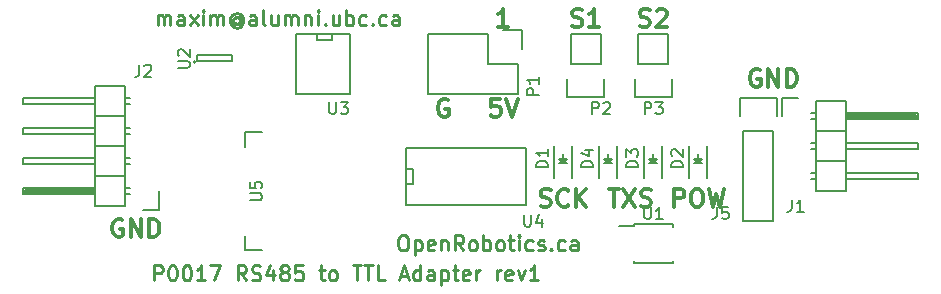
<source format=gto>
G04 #@! TF.FileFunction,Legend,Top*
%FSLAX46Y46*%
G04 Gerber Fmt 4.6, Leading zero omitted, Abs format (unit mm)*
G04 Created by KiCad (PCBNEW 4.0.1-stable) date 11/19/2016 2:54:23 PM*
%MOMM*%
G01*
G04 APERTURE LIST*
%ADD10C,0.100000*%
%ADD11C,0.254000*%
%ADD12C,0.300000*%
%ADD13C,0.150000*%
G04 APERTURE END LIST*
D10*
D11*
X152702381Y-83759524D02*
X152944285Y-83759524D01*
X153065238Y-83820000D01*
X153186190Y-83940952D01*
X153246666Y-84182857D01*
X153246666Y-84606190D01*
X153186190Y-84848095D01*
X153065238Y-84969048D01*
X152944285Y-85029524D01*
X152702381Y-85029524D01*
X152581428Y-84969048D01*
X152460476Y-84848095D01*
X152400000Y-84606190D01*
X152400000Y-84182857D01*
X152460476Y-83940952D01*
X152581428Y-83820000D01*
X152702381Y-83759524D01*
X153790952Y-84182857D02*
X153790952Y-85452857D01*
X153790952Y-84243333D02*
X153911904Y-84182857D01*
X154153809Y-84182857D01*
X154274761Y-84243333D01*
X154335238Y-84303810D01*
X154395714Y-84424762D01*
X154395714Y-84787619D01*
X154335238Y-84908571D01*
X154274761Y-84969048D01*
X154153809Y-85029524D01*
X153911904Y-85029524D01*
X153790952Y-84969048D01*
X155423809Y-84969048D02*
X155302857Y-85029524D01*
X155060952Y-85029524D01*
X154940000Y-84969048D01*
X154879524Y-84848095D01*
X154879524Y-84364286D01*
X154940000Y-84243333D01*
X155060952Y-84182857D01*
X155302857Y-84182857D01*
X155423809Y-84243333D01*
X155484286Y-84364286D01*
X155484286Y-84485238D01*
X154879524Y-84606190D01*
X156028571Y-84182857D02*
X156028571Y-85029524D01*
X156028571Y-84303810D02*
X156089047Y-84243333D01*
X156210000Y-84182857D01*
X156391428Y-84182857D01*
X156512380Y-84243333D01*
X156572857Y-84364286D01*
X156572857Y-85029524D01*
X157903333Y-85029524D02*
X157480000Y-84424762D01*
X157177619Y-85029524D02*
X157177619Y-83759524D01*
X157661428Y-83759524D01*
X157782381Y-83820000D01*
X157842857Y-83880476D01*
X157903333Y-84001429D01*
X157903333Y-84182857D01*
X157842857Y-84303810D01*
X157782381Y-84364286D01*
X157661428Y-84424762D01*
X157177619Y-84424762D01*
X158629048Y-85029524D02*
X158508095Y-84969048D01*
X158447619Y-84908571D01*
X158387143Y-84787619D01*
X158387143Y-84424762D01*
X158447619Y-84303810D01*
X158508095Y-84243333D01*
X158629048Y-84182857D01*
X158810476Y-84182857D01*
X158931428Y-84243333D01*
X158991905Y-84303810D01*
X159052381Y-84424762D01*
X159052381Y-84787619D01*
X158991905Y-84908571D01*
X158931428Y-84969048D01*
X158810476Y-85029524D01*
X158629048Y-85029524D01*
X159596667Y-85029524D02*
X159596667Y-83759524D01*
X159596667Y-84243333D02*
X159717619Y-84182857D01*
X159959524Y-84182857D01*
X160080476Y-84243333D01*
X160140953Y-84303810D01*
X160201429Y-84424762D01*
X160201429Y-84787619D01*
X160140953Y-84908571D01*
X160080476Y-84969048D01*
X159959524Y-85029524D01*
X159717619Y-85029524D01*
X159596667Y-84969048D01*
X160927144Y-85029524D02*
X160806191Y-84969048D01*
X160745715Y-84908571D01*
X160685239Y-84787619D01*
X160685239Y-84424762D01*
X160745715Y-84303810D01*
X160806191Y-84243333D01*
X160927144Y-84182857D01*
X161108572Y-84182857D01*
X161229524Y-84243333D01*
X161290001Y-84303810D01*
X161350477Y-84424762D01*
X161350477Y-84787619D01*
X161290001Y-84908571D01*
X161229524Y-84969048D01*
X161108572Y-85029524D01*
X160927144Y-85029524D01*
X161713334Y-84182857D02*
X162197144Y-84182857D01*
X161894763Y-83759524D02*
X161894763Y-84848095D01*
X161955239Y-84969048D01*
X162076192Y-85029524D01*
X162197144Y-85029524D01*
X162620477Y-85029524D02*
X162620477Y-84182857D01*
X162620477Y-83759524D02*
X162560001Y-83820000D01*
X162620477Y-83880476D01*
X162680953Y-83820000D01*
X162620477Y-83759524D01*
X162620477Y-83880476D01*
X163769525Y-84969048D02*
X163648572Y-85029524D01*
X163406668Y-85029524D01*
X163285715Y-84969048D01*
X163225239Y-84908571D01*
X163164763Y-84787619D01*
X163164763Y-84424762D01*
X163225239Y-84303810D01*
X163285715Y-84243333D01*
X163406668Y-84182857D01*
X163648572Y-84182857D01*
X163769525Y-84243333D01*
X164253334Y-84969048D02*
X164374286Y-85029524D01*
X164616191Y-85029524D01*
X164737143Y-84969048D01*
X164797619Y-84848095D01*
X164797619Y-84787619D01*
X164737143Y-84666667D01*
X164616191Y-84606190D01*
X164434762Y-84606190D01*
X164313810Y-84545714D01*
X164253334Y-84424762D01*
X164253334Y-84364286D01*
X164313810Y-84243333D01*
X164434762Y-84182857D01*
X164616191Y-84182857D01*
X164737143Y-84243333D01*
X165341905Y-84908571D02*
X165402381Y-84969048D01*
X165341905Y-85029524D01*
X165281429Y-84969048D01*
X165341905Y-84908571D01*
X165341905Y-85029524D01*
X166490953Y-84969048D02*
X166370000Y-85029524D01*
X166128096Y-85029524D01*
X166007143Y-84969048D01*
X165946667Y-84908571D01*
X165886191Y-84787619D01*
X165886191Y-84424762D01*
X165946667Y-84303810D01*
X166007143Y-84243333D01*
X166128096Y-84182857D01*
X166370000Y-84182857D01*
X166490953Y-84243333D01*
X167579524Y-85029524D02*
X167579524Y-84364286D01*
X167519047Y-84243333D01*
X167398095Y-84182857D01*
X167156190Y-84182857D01*
X167035238Y-84243333D01*
X167579524Y-84969048D02*
X167458571Y-85029524D01*
X167156190Y-85029524D01*
X167035238Y-84969048D01*
X166974762Y-84848095D01*
X166974762Y-84727143D01*
X167035238Y-84606190D01*
X167156190Y-84545714D01*
X167458571Y-84545714D01*
X167579524Y-84485238D01*
X132019524Y-65979524D02*
X132019524Y-65132857D01*
X132019524Y-65253810D02*
X132080000Y-65193333D01*
X132200953Y-65132857D01*
X132382381Y-65132857D01*
X132503333Y-65193333D01*
X132563810Y-65314286D01*
X132563810Y-65979524D01*
X132563810Y-65314286D02*
X132624286Y-65193333D01*
X132745238Y-65132857D01*
X132926667Y-65132857D01*
X133047619Y-65193333D01*
X133108095Y-65314286D01*
X133108095Y-65979524D01*
X134257143Y-65979524D02*
X134257143Y-65314286D01*
X134196666Y-65193333D01*
X134075714Y-65132857D01*
X133833809Y-65132857D01*
X133712857Y-65193333D01*
X134257143Y-65919048D02*
X134136190Y-65979524D01*
X133833809Y-65979524D01*
X133712857Y-65919048D01*
X133652381Y-65798095D01*
X133652381Y-65677143D01*
X133712857Y-65556190D01*
X133833809Y-65495714D01*
X134136190Y-65495714D01*
X134257143Y-65435238D01*
X134740953Y-65979524D02*
X135406191Y-65132857D01*
X134740953Y-65132857D02*
X135406191Y-65979524D01*
X135890000Y-65979524D02*
X135890000Y-65132857D01*
X135890000Y-64709524D02*
X135829524Y-64770000D01*
X135890000Y-64830476D01*
X135950476Y-64770000D01*
X135890000Y-64709524D01*
X135890000Y-64830476D01*
X136494762Y-65979524D02*
X136494762Y-65132857D01*
X136494762Y-65253810D02*
X136555238Y-65193333D01*
X136676191Y-65132857D01*
X136857619Y-65132857D01*
X136978571Y-65193333D01*
X137039048Y-65314286D01*
X137039048Y-65979524D01*
X137039048Y-65314286D02*
X137099524Y-65193333D01*
X137220476Y-65132857D01*
X137401905Y-65132857D01*
X137522857Y-65193333D01*
X137583333Y-65314286D01*
X137583333Y-65979524D01*
X138974285Y-65374762D02*
X138913809Y-65314286D01*
X138792857Y-65253810D01*
X138671904Y-65253810D01*
X138550952Y-65314286D01*
X138490476Y-65374762D01*
X138430000Y-65495714D01*
X138430000Y-65616667D01*
X138490476Y-65737619D01*
X138550952Y-65798095D01*
X138671904Y-65858571D01*
X138792857Y-65858571D01*
X138913809Y-65798095D01*
X138974285Y-65737619D01*
X138974285Y-65253810D02*
X138974285Y-65737619D01*
X139034762Y-65798095D01*
X139095238Y-65798095D01*
X139216190Y-65737619D01*
X139276666Y-65616667D01*
X139276666Y-65314286D01*
X139155714Y-65132857D01*
X138974285Y-65011905D01*
X138732381Y-64951429D01*
X138490476Y-65011905D01*
X138309047Y-65132857D01*
X138188095Y-65314286D01*
X138127619Y-65556190D01*
X138188095Y-65798095D01*
X138309047Y-65979524D01*
X138490476Y-66100476D01*
X138732381Y-66160952D01*
X138974285Y-66100476D01*
X139155714Y-65979524D01*
X140365238Y-65979524D02*
X140365238Y-65314286D01*
X140304761Y-65193333D01*
X140183809Y-65132857D01*
X139941904Y-65132857D01*
X139820952Y-65193333D01*
X140365238Y-65919048D02*
X140244285Y-65979524D01*
X139941904Y-65979524D01*
X139820952Y-65919048D01*
X139760476Y-65798095D01*
X139760476Y-65677143D01*
X139820952Y-65556190D01*
X139941904Y-65495714D01*
X140244285Y-65495714D01*
X140365238Y-65435238D01*
X141151429Y-65979524D02*
X141030476Y-65919048D01*
X140970000Y-65798095D01*
X140970000Y-64709524D01*
X142179524Y-65132857D02*
X142179524Y-65979524D01*
X141635238Y-65132857D02*
X141635238Y-65798095D01*
X141695714Y-65919048D01*
X141816667Y-65979524D01*
X141998095Y-65979524D01*
X142119047Y-65919048D01*
X142179524Y-65858571D01*
X142784286Y-65979524D02*
X142784286Y-65132857D01*
X142784286Y-65253810D02*
X142844762Y-65193333D01*
X142965715Y-65132857D01*
X143147143Y-65132857D01*
X143268095Y-65193333D01*
X143328572Y-65314286D01*
X143328572Y-65979524D01*
X143328572Y-65314286D02*
X143389048Y-65193333D01*
X143510000Y-65132857D01*
X143691429Y-65132857D01*
X143812381Y-65193333D01*
X143872857Y-65314286D01*
X143872857Y-65979524D01*
X144477619Y-65132857D02*
X144477619Y-65979524D01*
X144477619Y-65253810D02*
X144538095Y-65193333D01*
X144659048Y-65132857D01*
X144840476Y-65132857D01*
X144961428Y-65193333D01*
X145021905Y-65314286D01*
X145021905Y-65979524D01*
X145626667Y-65979524D02*
X145626667Y-65132857D01*
X145626667Y-64709524D02*
X145566191Y-64770000D01*
X145626667Y-64830476D01*
X145687143Y-64770000D01*
X145626667Y-64709524D01*
X145626667Y-64830476D01*
X146231429Y-65858571D02*
X146291905Y-65919048D01*
X146231429Y-65979524D01*
X146170953Y-65919048D01*
X146231429Y-65858571D01*
X146231429Y-65979524D01*
X147380477Y-65132857D02*
X147380477Y-65979524D01*
X146836191Y-65132857D02*
X146836191Y-65798095D01*
X146896667Y-65919048D01*
X147017620Y-65979524D01*
X147199048Y-65979524D01*
X147320000Y-65919048D01*
X147380477Y-65858571D01*
X147985239Y-65979524D02*
X147985239Y-64709524D01*
X147985239Y-65193333D02*
X148106191Y-65132857D01*
X148348096Y-65132857D01*
X148469048Y-65193333D01*
X148529525Y-65253810D01*
X148590001Y-65374762D01*
X148590001Y-65737619D01*
X148529525Y-65858571D01*
X148469048Y-65919048D01*
X148348096Y-65979524D01*
X148106191Y-65979524D01*
X147985239Y-65919048D01*
X149678573Y-65919048D02*
X149557620Y-65979524D01*
X149315716Y-65979524D01*
X149194763Y-65919048D01*
X149134287Y-65858571D01*
X149073811Y-65737619D01*
X149073811Y-65374762D01*
X149134287Y-65253810D01*
X149194763Y-65193333D01*
X149315716Y-65132857D01*
X149557620Y-65132857D01*
X149678573Y-65193333D01*
X150222858Y-65858571D02*
X150283334Y-65919048D01*
X150222858Y-65979524D01*
X150162382Y-65919048D01*
X150222858Y-65858571D01*
X150222858Y-65979524D01*
X151371906Y-65919048D02*
X151250953Y-65979524D01*
X151009049Y-65979524D01*
X150888096Y-65919048D01*
X150827620Y-65858571D01*
X150767144Y-65737619D01*
X150767144Y-65374762D01*
X150827620Y-65253810D01*
X150888096Y-65193333D01*
X151009049Y-65132857D01*
X151250953Y-65132857D01*
X151371906Y-65193333D01*
X152460477Y-65979524D02*
X152460477Y-65314286D01*
X152400000Y-65193333D01*
X152279048Y-65132857D01*
X152037143Y-65132857D01*
X151916191Y-65193333D01*
X152460477Y-65919048D02*
X152339524Y-65979524D01*
X152037143Y-65979524D01*
X151916191Y-65919048D01*
X151855715Y-65798095D01*
X151855715Y-65677143D01*
X151916191Y-65556190D01*
X152037143Y-65495714D01*
X152339524Y-65495714D01*
X152460477Y-65435238D01*
X131717143Y-87569524D02*
X131717143Y-86299524D01*
X132200952Y-86299524D01*
X132321905Y-86360000D01*
X132382381Y-86420476D01*
X132442857Y-86541429D01*
X132442857Y-86722857D01*
X132382381Y-86843810D01*
X132321905Y-86904286D01*
X132200952Y-86964762D01*
X131717143Y-86964762D01*
X133229048Y-86299524D02*
X133350000Y-86299524D01*
X133470952Y-86360000D01*
X133531429Y-86420476D01*
X133591905Y-86541429D01*
X133652381Y-86783333D01*
X133652381Y-87085714D01*
X133591905Y-87327619D01*
X133531429Y-87448571D01*
X133470952Y-87509048D01*
X133350000Y-87569524D01*
X133229048Y-87569524D01*
X133108095Y-87509048D01*
X133047619Y-87448571D01*
X132987143Y-87327619D01*
X132926667Y-87085714D01*
X132926667Y-86783333D01*
X132987143Y-86541429D01*
X133047619Y-86420476D01*
X133108095Y-86360000D01*
X133229048Y-86299524D01*
X134438572Y-86299524D02*
X134559524Y-86299524D01*
X134680476Y-86360000D01*
X134740953Y-86420476D01*
X134801429Y-86541429D01*
X134861905Y-86783333D01*
X134861905Y-87085714D01*
X134801429Y-87327619D01*
X134740953Y-87448571D01*
X134680476Y-87509048D01*
X134559524Y-87569524D01*
X134438572Y-87569524D01*
X134317619Y-87509048D01*
X134257143Y-87448571D01*
X134196667Y-87327619D01*
X134136191Y-87085714D01*
X134136191Y-86783333D01*
X134196667Y-86541429D01*
X134257143Y-86420476D01*
X134317619Y-86360000D01*
X134438572Y-86299524D01*
X136071429Y-87569524D02*
X135345715Y-87569524D01*
X135708572Y-87569524D02*
X135708572Y-86299524D01*
X135587620Y-86480952D01*
X135466667Y-86601905D01*
X135345715Y-86662381D01*
X136494763Y-86299524D02*
X137341429Y-86299524D01*
X136797144Y-87569524D01*
X139518572Y-87569524D02*
X139095239Y-86964762D01*
X138792858Y-87569524D02*
X138792858Y-86299524D01*
X139276667Y-86299524D01*
X139397620Y-86360000D01*
X139458096Y-86420476D01*
X139518572Y-86541429D01*
X139518572Y-86722857D01*
X139458096Y-86843810D01*
X139397620Y-86904286D01*
X139276667Y-86964762D01*
X138792858Y-86964762D01*
X140002382Y-87509048D02*
X140183810Y-87569524D01*
X140486191Y-87569524D01*
X140607144Y-87509048D01*
X140667620Y-87448571D01*
X140728096Y-87327619D01*
X140728096Y-87206667D01*
X140667620Y-87085714D01*
X140607144Y-87025238D01*
X140486191Y-86964762D01*
X140244287Y-86904286D01*
X140123334Y-86843810D01*
X140062858Y-86783333D01*
X140002382Y-86662381D01*
X140002382Y-86541429D01*
X140062858Y-86420476D01*
X140123334Y-86360000D01*
X140244287Y-86299524D01*
X140546667Y-86299524D01*
X140728096Y-86360000D01*
X141816668Y-86722857D02*
X141816668Y-87569524D01*
X141514287Y-86239048D02*
X141211906Y-87146190D01*
X141998096Y-87146190D01*
X142663335Y-86843810D02*
X142542382Y-86783333D01*
X142481906Y-86722857D01*
X142421430Y-86601905D01*
X142421430Y-86541429D01*
X142481906Y-86420476D01*
X142542382Y-86360000D01*
X142663335Y-86299524D01*
X142905239Y-86299524D01*
X143026192Y-86360000D01*
X143086668Y-86420476D01*
X143147144Y-86541429D01*
X143147144Y-86601905D01*
X143086668Y-86722857D01*
X143026192Y-86783333D01*
X142905239Y-86843810D01*
X142663335Y-86843810D01*
X142542382Y-86904286D01*
X142481906Y-86964762D01*
X142421430Y-87085714D01*
X142421430Y-87327619D01*
X142481906Y-87448571D01*
X142542382Y-87509048D01*
X142663335Y-87569524D01*
X142905239Y-87569524D01*
X143026192Y-87509048D01*
X143086668Y-87448571D01*
X143147144Y-87327619D01*
X143147144Y-87085714D01*
X143086668Y-86964762D01*
X143026192Y-86904286D01*
X142905239Y-86843810D01*
X144296192Y-86299524D02*
X143691430Y-86299524D01*
X143630954Y-86904286D01*
X143691430Y-86843810D01*
X143812382Y-86783333D01*
X144114763Y-86783333D01*
X144235716Y-86843810D01*
X144296192Y-86904286D01*
X144356668Y-87025238D01*
X144356668Y-87327619D01*
X144296192Y-87448571D01*
X144235716Y-87509048D01*
X144114763Y-87569524D01*
X143812382Y-87569524D01*
X143691430Y-87509048D01*
X143630954Y-87448571D01*
X145687144Y-86722857D02*
X146170954Y-86722857D01*
X145868573Y-86299524D02*
X145868573Y-87388095D01*
X145929049Y-87509048D01*
X146050002Y-87569524D01*
X146170954Y-87569524D01*
X146775716Y-87569524D02*
X146654763Y-87509048D01*
X146594287Y-87448571D01*
X146533811Y-87327619D01*
X146533811Y-86964762D01*
X146594287Y-86843810D01*
X146654763Y-86783333D01*
X146775716Y-86722857D01*
X146957144Y-86722857D01*
X147078096Y-86783333D01*
X147138573Y-86843810D01*
X147199049Y-86964762D01*
X147199049Y-87327619D01*
X147138573Y-87448571D01*
X147078096Y-87509048D01*
X146957144Y-87569524D01*
X146775716Y-87569524D01*
X148529525Y-86299524D02*
X149255240Y-86299524D01*
X148892383Y-87569524D02*
X148892383Y-86299524D01*
X149497144Y-86299524D02*
X150222859Y-86299524D01*
X149860002Y-87569524D02*
X149860002Y-86299524D01*
X151250954Y-87569524D02*
X150646192Y-87569524D01*
X150646192Y-86299524D01*
X152581430Y-87206667D02*
X153186192Y-87206667D01*
X152460477Y-87569524D02*
X152883811Y-86299524D01*
X153307144Y-87569524D01*
X154274763Y-87569524D02*
X154274763Y-86299524D01*
X154274763Y-87509048D02*
X154153810Y-87569524D01*
X153911906Y-87569524D01*
X153790953Y-87509048D01*
X153730477Y-87448571D01*
X153670001Y-87327619D01*
X153670001Y-86964762D01*
X153730477Y-86843810D01*
X153790953Y-86783333D01*
X153911906Y-86722857D01*
X154153810Y-86722857D01*
X154274763Y-86783333D01*
X155423811Y-87569524D02*
X155423811Y-86904286D01*
X155363334Y-86783333D01*
X155242382Y-86722857D01*
X155000477Y-86722857D01*
X154879525Y-86783333D01*
X155423811Y-87509048D02*
X155302858Y-87569524D01*
X155000477Y-87569524D01*
X154879525Y-87509048D01*
X154819049Y-87388095D01*
X154819049Y-87267143D01*
X154879525Y-87146190D01*
X155000477Y-87085714D01*
X155302858Y-87085714D01*
X155423811Y-87025238D01*
X156028573Y-86722857D02*
X156028573Y-87992857D01*
X156028573Y-86783333D02*
X156149525Y-86722857D01*
X156391430Y-86722857D01*
X156512382Y-86783333D01*
X156572859Y-86843810D01*
X156633335Y-86964762D01*
X156633335Y-87327619D01*
X156572859Y-87448571D01*
X156512382Y-87509048D01*
X156391430Y-87569524D01*
X156149525Y-87569524D01*
X156028573Y-87509048D01*
X156996192Y-86722857D02*
X157480002Y-86722857D01*
X157177621Y-86299524D02*
X157177621Y-87388095D01*
X157238097Y-87509048D01*
X157359050Y-87569524D01*
X157480002Y-87569524D01*
X158387144Y-87509048D02*
X158266192Y-87569524D01*
X158024287Y-87569524D01*
X157903335Y-87509048D01*
X157842859Y-87388095D01*
X157842859Y-86904286D01*
X157903335Y-86783333D01*
X158024287Y-86722857D01*
X158266192Y-86722857D01*
X158387144Y-86783333D01*
X158447621Y-86904286D01*
X158447621Y-87025238D01*
X157842859Y-87146190D01*
X158991906Y-87569524D02*
X158991906Y-86722857D01*
X158991906Y-86964762D02*
X159052382Y-86843810D01*
X159112858Y-86783333D01*
X159233811Y-86722857D01*
X159354763Y-86722857D01*
X160745715Y-87569524D02*
X160745715Y-86722857D01*
X160745715Y-86964762D02*
X160806191Y-86843810D01*
X160866667Y-86783333D01*
X160987620Y-86722857D01*
X161108572Y-86722857D01*
X162015714Y-87509048D02*
X161894762Y-87569524D01*
X161652857Y-87569524D01*
X161531905Y-87509048D01*
X161471429Y-87388095D01*
X161471429Y-86904286D01*
X161531905Y-86783333D01*
X161652857Y-86722857D01*
X161894762Y-86722857D01*
X162015714Y-86783333D01*
X162076191Y-86904286D01*
X162076191Y-87025238D01*
X161471429Y-87146190D01*
X162499524Y-86722857D02*
X162801905Y-87569524D01*
X163104285Y-86722857D01*
X164253333Y-87569524D02*
X163527619Y-87569524D01*
X163890476Y-87569524D02*
X163890476Y-86299524D01*
X163769524Y-86480952D01*
X163648571Y-86601905D01*
X163527619Y-86662381D01*
D12*
X170227858Y-79823571D02*
X171085001Y-79823571D01*
X170656430Y-81323571D02*
X170656430Y-79823571D01*
X171442144Y-79823571D02*
X172442144Y-81323571D01*
X172442144Y-79823571D02*
X171442144Y-81323571D01*
X172942143Y-81252143D02*
X173156429Y-81323571D01*
X173513572Y-81323571D01*
X173656429Y-81252143D01*
X173727858Y-81180714D01*
X173799286Y-81037857D01*
X173799286Y-80895000D01*
X173727858Y-80752143D01*
X173656429Y-80680714D01*
X173513572Y-80609286D01*
X173227858Y-80537857D01*
X173085000Y-80466429D01*
X173013572Y-80395000D01*
X172942143Y-80252143D01*
X172942143Y-80109286D01*
X173013572Y-79966429D01*
X173085000Y-79895000D01*
X173227858Y-79823571D01*
X173585000Y-79823571D01*
X173799286Y-79895000D01*
X164441429Y-81252143D02*
X164655715Y-81323571D01*
X165012858Y-81323571D01*
X165155715Y-81252143D01*
X165227144Y-81180714D01*
X165298572Y-81037857D01*
X165298572Y-80895000D01*
X165227144Y-80752143D01*
X165155715Y-80680714D01*
X165012858Y-80609286D01*
X164727144Y-80537857D01*
X164584286Y-80466429D01*
X164512858Y-80395000D01*
X164441429Y-80252143D01*
X164441429Y-80109286D01*
X164512858Y-79966429D01*
X164584286Y-79895000D01*
X164727144Y-79823571D01*
X165084286Y-79823571D01*
X165298572Y-79895000D01*
X166798572Y-81180714D02*
X166727143Y-81252143D01*
X166512857Y-81323571D01*
X166370000Y-81323571D01*
X166155715Y-81252143D01*
X166012857Y-81109286D01*
X165941429Y-80966429D01*
X165870000Y-80680714D01*
X165870000Y-80466429D01*
X165941429Y-80180714D01*
X166012857Y-80037857D01*
X166155715Y-79895000D01*
X166370000Y-79823571D01*
X166512857Y-79823571D01*
X166727143Y-79895000D01*
X166798572Y-79966429D01*
X167441429Y-81323571D02*
X167441429Y-79823571D01*
X168298572Y-81323571D02*
X167655715Y-80466429D01*
X168298572Y-79823571D02*
X167441429Y-80680714D01*
X175764286Y-81323571D02*
X175764286Y-79823571D01*
X176335714Y-79823571D01*
X176478572Y-79895000D01*
X176550000Y-79966429D01*
X176621429Y-80109286D01*
X176621429Y-80323571D01*
X176550000Y-80466429D01*
X176478572Y-80537857D01*
X176335714Y-80609286D01*
X175764286Y-80609286D01*
X177550000Y-79823571D02*
X177835714Y-79823571D01*
X177978572Y-79895000D01*
X178121429Y-80037857D01*
X178192857Y-80323571D01*
X178192857Y-80823571D01*
X178121429Y-81109286D01*
X177978572Y-81252143D01*
X177835714Y-81323571D01*
X177550000Y-81323571D01*
X177407143Y-81252143D01*
X177264286Y-81109286D01*
X177192857Y-80823571D01*
X177192857Y-80323571D01*
X177264286Y-80037857D01*
X177407143Y-79895000D01*
X177550000Y-79823571D01*
X178692858Y-79823571D02*
X179050001Y-81323571D01*
X179335715Y-80252143D01*
X179621429Y-81323571D01*
X179978572Y-79823571D01*
X129032143Y-82435000D02*
X128889286Y-82363571D01*
X128675000Y-82363571D01*
X128460715Y-82435000D01*
X128317857Y-82577857D01*
X128246429Y-82720714D01*
X128175000Y-83006429D01*
X128175000Y-83220714D01*
X128246429Y-83506429D01*
X128317857Y-83649286D01*
X128460715Y-83792143D01*
X128675000Y-83863571D01*
X128817857Y-83863571D01*
X129032143Y-83792143D01*
X129103572Y-83720714D01*
X129103572Y-83220714D01*
X128817857Y-83220714D01*
X129746429Y-83863571D02*
X129746429Y-82363571D01*
X130603572Y-83863571D01*
X130603572Y-82363571D01*
X131317858Y-83863571D02*
X131317858Y-82363571D01*
X131675001Y-82363571D01*
X131889286Y-82435000D01*
X132032144Y-82577857D01*
X132103572Y-82720714D01*
X132175001Y-83006429D01*
X132175001Y-83220714D01*
X132103572Y-83506429D01*
X132032144Y-83649286D01*
X131889286Y-83792143D01*
X131675001Y-83863571D01*
X131317858Y-83863571D01*
X183007143Y-69735000D02*
X182864286Y-69663571D01*
X182650000Y-69663571D01*
X182435715Y-69735000D01*
X182292857Y-69877857D01*
X182221429Y-70020714D01*
X182150000Y-70306429D01*
X182150000Y-70520714D01*
X182221429Y-70806429D01*
X182292857Y-70949286D01*
X182435715Y-71092143D01*
X182650000Y-71163571D01*
X182792857Y-71163571D01*
X183007143Y-71092143D01*
X183078572Y-71020714D01*
X183078572Y-70520714D01*
X182792857Y-70520714D01*
X183721429Y-71163571D02*
X183721429Y-69663571D01*
X184578572Y-71163571D01*
X184578572Y-69663571D01*
X185292858Y-71163571D02*
X185292858Y-69663571D01*
X185650001Y-69663571D01*
X185864286Y-69735000D01*
X186007144Y-69877857D01*
X186078572Y-70020714D01*
X186150001Y-70306429D01*
X186150001Y-70520714D01*
X186078572Y-70806429D01*
X186007144Y-70949286D01*
X185864286Y-71092143D01*
X185650001Y-71163571D01*
X185292858Y-71163571D01*
X172847143Y-66012143D02*
X173061429Y-66083571D01*
X173418572Y-66083571D01*
X173561429Y-66012143D01*
X173632858Y-65940714D01*
X173704286Y-65797857D01*
X173704286Y-65655000D01*
X173632858Y-65512143D01*
X173561429Y-65440714D01*
X173418572Y-65369286D01*
X173132858Y-65297857D01*
X172990000Y-65226429D01*
X172918572Y-65155000D01*
X172847143Y-65012143D01*
X172847143Y-64869286D01*
X172918572Y-64726429D01*
X172990000Y-64655000D01*
X173132858Y-64583571D01*
X173490000Y-64583571D01*
X173704286Y-64655000D01*
X174275714Y-64726429D02*
X174347143Y-64655000D01*
X174490000Y-64583571D01*
X174847143Y-64583571D01*
X174990000Y-64655000D01*
X175061429Y-64726429D01*
X175132857Y-64869286D01*
X175132857Y-65012143D01*
X175061429Y-65226429D01*
X174204286Y-66083571D01*
X175132857Y-66083571D01*
X167132143Y-66012143D02*
X167346429Y-66083571D01*
X167703572Y-66083571D01*
X167846429Y-66012143D01*
X167917858Y-65940714D01*
X167989286Y-65797857D01*
X167989286Y-65655000D01*
X167917858Y-65512143D01*
X167846429Y-65440714D01*
X167703572Y-65369286D01*
X167417858Y-65297857D01*
X167275000Y-65226429D01*
X167203572Y-65155000D01*
X167132143Y-65012143D01*
X167132143Y-64869286D01*
X167203572Y-64726429D01*
X167275000Y-64655000D01*
X167417858Y-64583571D01*
X167775000Y-64583571D01*
X167989286Y-64655000D01*
X169417857Y-66083571D02*
X168560714Y-66083571D01*
X168989286Y-66083571D02*
X168989286Y-64583571D01*
X168846429Y-64797857D01*
X168703571Y-64940714D01*
X168560714Y-65012143D01*
X161004287Y-72203571D02*
X160290001Y-72203571D01*
X160218572Y-72917857D01*
X160290001Y-72846429D01*
X160432858Y-72775000D01*
X160790001Y-72775000D01*
X160932858Y-72846429D01*
X161004287Y-72917857D01*
X161075715Y-73060714D01*
X161075715Y-73417857D01*
X161004287Y-73560714D01*
X160932858Y-73632143D01*
X160790001Y-73703571D01*
X160432858Y-73703571D01*
X160290001Y-73632143D01*
X160218572Y-73560714D01*
X161504286Y-72203571D02*
X162004286Y-73703571D01*
X162504286Y-72203571D01*
X156602857Y-72275000D02*
X156460000Y-72203571D01*
X156245714Y-72203571D01*
X156031429Y-72275000D01*
X155888571Y-72417857D01*
X155817143Y-72560714D01*
X155745714Y-72846429D01*
X155745714Y-73060714D01*
X155817143Y-73346429D01*
X155888571Y-73489286D01*
X156031429Y-73632143D01*
X156245714Y-73703571D01*
X156388571Y-73703571D01*
X156602857Y-73632143D01*
X156674286Y-73560714D01*
X156674286Y-73060714D01*
X156388571Y-73060714D01*
X161718572Y-66083571D02*
X160861429Y-66083571D01*
X161290001Y-66083571D02*
X161290001Y-64583571D01*
X161147144Y-64797857D01*
X161004286Y-64940714D01*
X160861429Y-65012143D01*
D13*
X148336000Y-66675000D02*
X148336000Y-71755000D01*
X148336000Y-71755000D02*
X143764000Y-71755000D01*
X143764000Y-71755000D02*
X143764000Y-66675000D01*
X143764000Y-66675000D02*
X148336000Y-66675000D01*
X146812000Y-66675000D02*
X146812000Y-67183000D01*
X146812000Y-67183000D02*
X145542000Y-67183000D01*
X145542000Y-67183000D02*
X145542000Y-66675000D01*
X167120000Y-78849020D02*
X167120000Y-76149020D01*
X165620000Y-78849020D02*
X165620000Y-76149020D01*
X166520000Y-77349020D02*
X166270000Y-77349020D01*
X166270000Y-77349020D02*
X166420000Y-77499020D01*
X166020000Y-77599020D02*
X166720000Y-77599020D01*
X166370000Y-77249020D02*
X166370000Y-76899020D01*
X166370000Y-77599020D02*
X166020000Y-77249020D01*
X166020000Y-77249020D02*
X166720000Y-77249020D01*
X166720000Y-77249020D02*
X166370000Y-77599020D01*
X178550000Y-78849020D02*
X178550000Y-76149020D01*
X177050000Y-78849020D02*
X177050000Y-76149020D01*
X177950000Y-77349020D02*
X177700000Y-77349020D01*
X177700000Y-77349020D02*
X177850000Y-77499020D01*
X177450000Y-77599020D02*
X178150000Y-77599020D01*
X177800000Y-77249020D02*
X177800000Y-76899020D01*
X177800000Y-77599020D02*
X177450000Y-77249020D01*
X177450000Y-77249020D02*
X178150000Y-77249020D01*
X178150000Y-77249020D02*
X177800000Y-77599020D01*
X174740000Y-78849020D02*
X174740000Y-76149020D01*
X173240000Y-78849020D02*
X173240000Y-76149020D01*
X174140000Y-77349020D02*
X173890000Y-77349020D01*
X173890000Y-77349020D02*
X174040000Y-77499020D01*
X173640000Y-77599020D02*
X174340000Y-77599020D01*
X173990000Y-77249020D02*
X173990000Y-76899020D01*
X173990000Y-77599020D02*
X173640000Y-77249020D01*
X173640000Y-77249020D02*
X174340000Y-77249020D01*
X174340000Y-77249020D02*
X173990000Y-77599020D01*
X170930000Y-78849020D02*
X170930000Y-76149020D01*
X169430000Y-78849020D02*
X169430000Y-76149020D01*
X170330000Y-77349020D02*
X170080000Y-77349020D01*
X170080000Y-77349020D02*
X170230000Y-77499020D01*
X169830000Y-77599020D02*
X170530000Y-77599020D01*
X170180000Y-77249020D02*
X170180000Y-76899020D01*
X170180000Y-77599020D02*
X169830000Y-77249020D01*
X169830000Y-77249020D02*
X170530000Y-77249020D01*
X170530000Y-77249020D02*
X170180000Y-77599020D01*
X184907400Y-72110000D02*
X184907400Y-73660000D01*
X186207400Y-72110000D02*
X184907400Y-72110000D01*
X190398400Y-73533000D02*
X196240400Y-73533000D01*
X196240400Y-73533000D02*
X196240400Y-73787000D01*
X196240400Y-73787000D02*
X190398400Y-73787000D01*
X190398400Y-73787000D02*
X190398400Y-73660000D01*
X190398400Y-73660000D02*
X196240400Y-73660000D01*
X187731400Y-73406000D02*
X187350400Y-73406000D01*
X187731400Y-73914000D02*
X187350400Y-73914000D01*
X187731400Y-75946000D02*
X187350400Y-75946000D01*
X187731400Y-76454000D02*
X187350400Y-76454000D01*
X187731400Y-78486000D02*
X187350400Y-78486000D01*
X187731400Y-78994000D02*
X187350400Y-78994000D01*
X190271400Y-74930000D02*
X190271400Y-72390000D01*
X196367400Y-73914000D02*
X190271400Y-73914000D01*
X196367400Y-73406000D02*
X196367400Y-73914000D01*
X190271400Y-73406000D02*
X196367400Y-73406000D01*
X187731400Y-74930000D02*
X190271400Y-74930000D01*
X187731400Y-72390000D02*
X187731400Y-74930000D01*
X187731400Y-72390000D02*
X190271400Y-72390000D01*
X187731400Y-77470000D02*
X190271400Y-77470000D01*
X187731400Y-77470000D02*
X187731400Y-80010000D01*
X190271400Y-78486000D02*
X196367400Y-78486000D01*
X196367400Y-78486000D02*
X196367400Y-78994000D01*
X196367400Y-78994000D02*
X190271400Y-78994000D01*
X190271400Y-80010000D02*
X190271400Y-77470000D01*
X190271400Y-77470000D02*
X190271400Y-74930000D01*
X196367400Y-76454000D02*
X190271400Y-76454000D01*
X196367400Y-75946000D02*
X196367400Y-76454000D01*
X190271400Y-75946000D02*
X196367400Y-75946000D01*
X187731400Y-77470000D02*
X190271400Y-77470000D01*
X187731400Y-74930000D02*
X187731400Y-77470000D01*
X187731400Y-74930000D02*
X190271400Y-74930000D01*
X187731400Y-80010000D02*
X190271400Y-80010000D01*
X132110000Y-81560000D02*
X132110000Y-80010000D01*
X130810000Y-81560000D02*
X132110000Y-81560000D01*
X126619000Y-80137000D02*
X120777000Y-80137000D01*
X120777000Y-80137000D02*
X120777000Y-79883000D01*
X120777000Y-79883000D02*
X126619000Y-79883000D01*
X126619000Y-79883000D02*
X126619000Y-80010000D01*
X126619000Y-80010000D02*
X120777000Y-80010000D01*
X129286000Y-80264000D02*
X129667000Y-80264000D01*
X129286000Y-79756000D02*
X129667000Y-79756000D01*
X129286000Y-77724000D02*
X129667000Y-77724000D01*
X129286000Y-77216000D02*
X129667000Y-77216000D01*
X129286000Y-75184000D02*
X129667000Y-75184000D01*
X129286000Y-74676000D02*
X129667000Y-74676000D01*
X129286000Y-72136000D02*
X129667000Y-72136000D01*
X129286000Y-72644000D02*
X129667000Y-72644000D01*
X129286000Y-81280000D02*
X126746000Y-81280000D01*
X129286000Y-78740000D02*
X126746000Y-78740000D01*
X129286000Y-78740000D02*
X129286000Y-76200000D01*
X129286000Y-76200000D02*
X126746000Y-76200000D01*
X126746000Y-77724000D02*
X120650000Y-77724000D01*
X120650000Y-77724000D02*
X120650000Y-77216000D01*
X120650000Y-77216000D02*
X126746000Y-77216000D01*
X126746000Y-76200000D02*
X126746000Y-78740000D01*
X126746000Y-78740000D02*
X126746000Y-81280000D01*
X120650000Y-79756000D02*
X126746000Y-79756000D01*
X120650000Y-80264000D02*
X120650000Y-79756000D01*
X126746000Y-80264000D02*
X120650000Y-80264000D01*
X129286000Y-78740000D02*
X126746000Y-78740000D01*
X129286000Y-81280000D02*
X129286000Y-78740000D01*
X129286000Y-73660000D02*
X126746000Y-73660000D01*
X129286000Y-73660000D02*
X129286000Y-71120000D01*
X129286000Y-71120000D02*
X126746000Y-71120000D01*
X126746000Y-72644000D02*
X120650000Y-72644000D01*
X120650000Y-72644000D02*
X120650000Y-72136000D01*
X120650000Y-72136000D02*
X126746000Y-72136000D01*
X126746000Y-71120000D02*
X126746000Y-73660000D01*
X126746000Y-73660000D02*
X126746000Y-76200000D01*
X120650000Y-74676000D02*
X126746000Y-74676000D01*
X120650000Y-75184000D02*
X120650000Y-74676000D01*
X126746000Y-75184000D02*
X120650000Y-75184000D01*
X129286000Y-73660000D02*
X126746000Y-73660000D01*
X129286000Y-76200000D02*
X129286000Y-73660000D01*
X129286000Y-76200000D02*
X126746000Y-76200000D01*
X181610000Y-74930000D02*
X181610000Y-82550000D01*
X184150000Y-74930000D02*
X184150000Y-82550000D01*
X184430000Y-72110000D02*
X184430000Y-73660000D01*
X181610000Y-82550000D02*
X184150000Y-82550000D01*
X184150000Y-74930000D02*
X181610000Y-74930000D01*
X181330000Y-73660000D02*
X181330000Y-72110000D01*
X181330000Y-72110000D02*
X184430000Y-72110000D01*
X160020000Y-66675000D02*
X154940000Y-66675000D01*
X162840000Y-66395000D02*
X162840000Y-67945000D01*
X162560000Y-69215000D02*
X160020000Y-69215000D01*
X160020000Y-69215000D02*
X160020000Y-66675000D01*
X154940000Y-66675000D02*
X154940000Y-71755000D01*
X154940000Y-71755000D02*
X160020000Y-71755000D01*
X162840000Y-66395000D02*
X161290000Y-66395000D01*
X162560000Y-71755000D02*
X162560000Y-69215000D01*
X160020000Y-71755000D02*
X162560000Y-71755000D01*
X167005000Y-69215000D02*
X167005000Y-66675000D01*
X166725000Y-72035000D02*
X166725000Y-70485000D01*
X167005000Y-69215000D02*
X169545000Y-69215000D01*
X169825000Y-70485000D02*
X169825000Y-72035000D01*
X169825000Y-72035000D02*
X166725000Y-72035000D01*
X169545000Y-69215000D02*
X169545000Y-66675000D01*
X169545000Y-66675000D02*
X167005000Y-66675000D01*
X172720000Y-69215000D02*
X172720000Y-66675000D01*
X172440000Y-72035000D02*
X172440000Y-70485000D01*
X172720000Y-69215000D02*
X175260000Y-69215000D01*
X175540000Y-70485000D02*
X175540000Y-72035000D01*
X175540000Y-72035000D02*
X172440000Y-72035000D01*
X175260000Y-69215000D02*
X175260000Y-66675000D01*
X175260000Y-66675000D02*
X172720000Y-66675000D01*
X172315000Y-82780000D02*
X172315000Y-82955000D01*
X175665000Y-82780000D02*
X175665000Y-83030000D01*
X175665000Y-86130000D02*
X175665000Y-85880000D01*
X172315000Y-86130000D02*
X172315000Y-85880000D01*
X172315000Y-82780000D02*
X175665000Y-82780000D01*
X172315000Y-86130000D02*
X175665000Y-86130000D01*
X172315000Y-82955000D02*
X171065000Y-82955000D01*
X135240000Y-69050000D02*
G75*
G03X135240000Y-69050000I-100000J0D01*
G01*
X135390000Y-68500000D02*
X135390000Y-69000000D01*
X138290000Y-68500000D02*
X135390000Y-68500000D01*
X138290000Y-69000000D02*
X138290000Y-68500000D01*
X135390000Y-69000000D02*
X138290000Y-69000000D01*
X163195000Y-76327000D02*
X163195000Y-81153000D01*
X163195000Y-81153000D02*
X153035000Y-81153000D01*
X153035000Y-81153000D02*
X153035000Y-76327000D01*
X153035000Y-76327000D02*
X163195000Y-76327000D01*
X153035000Y-78105000D02*
X153670000Y-78105000D01*
X153670000Y-78105000D02*
X153670000Y-79375000D01*
X153670000Y-79375000D02*
X153035000Y-79375000D01*
X139400000Y-85010000D02*
X139400000Y-83760000D01*
X139400000Y-85010000D02*
X140900000Y-85010000D01*
X139400000Y-75010000D02*
X140900000Y-75010000D01*
X139400000Y-75010000D02*
X139400000Y-76260000D01*
X146558095Y-72477381D02*
X146558095Y-73286905D01*
X146605714Y-73382143D01*
X146653333Y-73429762D01*
X146748571Y-73477381D01*
X146939048Y-73477381D01*
X147034286Y-73429762D01*
X147081905Y-73382143D01*
X147129524Y-73286905D01*
X147129524Y-72477381D01*
X147510476Y-72477381D02*
X148129524Y-72477381D01*
X147796190Y-72858333D01*
X147939048Y-72858333D01*
X148034286Y-72905952D01*
X148081905Y-72953571D01*
X148129524Y-73048810D01*
X148129524Y-73286905D01*
X148081905Y-73382143D01*
X148034286Y-73429762D01*
X147939048Y-73477381D01*
X147653333Y-73477381D01*
X147558095Y-73429762D01*
X147510476Y-73382143D01*
X165072381Y-77987115D02*
X164072381Y-77987115D01*
X164072381Y-77749020D01*
X164120000Y-77606162D01*
X164215238Y-77510924D01*
X164310476Y-77463305D01*
X164500952Y-77415686D01*
X164643810Y-77415686D01*
X164834286Y-77463305D01*
X164929524Y-77510924D01*
X165024762Y-77606162D01*
X165072381Y-77749020D01*
X165072381Y-77987115D01*
X165072381Y-76463305D02*
X165072381Y-77034734D01*
X165072381Y-76749020D02*
X164072381Y-76749020D01*
X164215238Y-76844258D01*
X164310476Y-76939496D01*
X164358095Y-77034734D01*
X176502381Y-77987115D02*
X175502381Y-77987115D01*
X175502381Y-77749020D01*
X175550000Y-77606162D01*
X175645238Y-77510924D01*
X175740476Y-77463305D01*
X175930952Y-77415686D01*
X176073810Y-77415686D01*
X176264286Y-77463305D01*
X176359524Y-77510924D01*
X176454762Y-77606162D01*
X176502381Y-77749020D01*
X176502381Y-77987115D01*
X175597619Y-77034734D02*
X175550000Y-76987115D01*
X175502381Y-76891877D01*
X175502381Y-76653781D01*
X175550000Y-76558543D01*
X175597619Y-76510924D01*
X175692857Y-76463305D01*
X175788095Y-76463305D01*
X175930952Y-76510924D01*
X176502381Y-77082353D01*
X176502381Y-76463305D01*
X172692381Y-77987115D02*
X171692381Y-77987115D01*
X171692381Y-77749020D01*
X171740000Y-77606162D01*
X171835238Y-77510924D01*
X171930476Y-77463305D01*
X172120952Y-77415686D01*
X172263810Y-77415686D01*
X172454286Y-77463305D01*
X172549524Y-77510924D01*
X172644762Y-77606162D01*
X172692381Y-77749020D01*
X172692381Y-77987115D01*
X171692381Y-77082353D02*
X171692381Y-76463305D01*
X172073333Y-76796639D01*
X172073333Y-76653781D01*
X172120952Y-76558543D01*
X172168571Y-76510924D01*
X172263810Y-76463305D01*
X172501905Y-76463305D01*
X172597143Y-76510924D01*
X172644762Y-76558543D01*
X172692381Y-76653781D01*
X172692381Y-76939496D01*
X172644762Y-77034734D01*
X172597143Y-77082353D01*
X168882381Y-77987115D02*
X167882381Y-77987115D01*
X167882381Y-77749020D01*
X167930000Y-77606162D01*
X168025238Y-77510924D01*
X168120476Y-77463305D01*
X168310952Y-77415686D01*
X168453810Y-77415686D01*
X168644286Y-77463305D01*
X168739524Y-77510924D01*
X168834762Y-77606162D01*
X168882381Y-77749020D01*
X168882381Y-77987115D01*
X168215714Y-76558543D02*
X168882381Y-76558543D01*
X167834762Y-76796639D02*
X168549048Y-77034734D01*
X168549048Y-76415686D01*
X185721667Y-80732381D02*
X185721667Y-81446667D01*
X185674047Y-81589524D01*
X185578809Y-81684762D01*
X185435952Y-81732381D01*
X185340714Y-81732381D01*
X186721667Y-81732381D02*
X186150238Y-81732381D01*
X186435952Y-81732381D02*
X186435952Y-80732381D01*
X186340714Y-80875238D01*
X186245476Y-80970476D01*
X186150238Y-81018095D01*
X130476667Y-69302381D02*
X130476667Y-70016667D01*
X130429047Y-70159524D01*
X130333809Y-70254762D01*
X130190952Y-70302381D01*
X130095714Y-70302381D01*
X130905238Y-69397619D02*
X130952857Y-69350000D01*
X131048095Y-69302381D01*
X131286191Y-69302381D01*
X131381429Y-69350000D01*
X131429048Y-69397619D01*
X131476667Y-69492857D01*
X131476667Y-69588095D01*
X131429048Y-69730952D01*
X130857619Y-70302381D01*
X131476667Y-70302381D01*
X179371667Y-81367381D02*
X179371667Y-82081667D01*
X179324047Y-82224524D01*
X179228809Y-82319762D01*
X179085952Y-82367381D01*
X178990714Y-82367381D01*
X180324048Y-81367381D02*
X179847857Y-81367381D01*
X179800238Y-81843571D01*
X179847857Y-81795952D01*
X179943095Y-81748333D01*
X180181191Y-81748333D01*
X180276429Y-81795952D01*
X180324048Y-81843571D01*
X180371667Y-81938810D01*
X180371667Y-82176905D01*
X180324048Y-82272143D01*
X180276429Y-82319762D01*
X180181191Y-82367381D01*
X179943095Y-82367381D01*
X179847857Y-82319762D01*
X179800238Y-82272143D01*
X164282381Y-71858095D02*
X163282381Y-71858095D01*
X163282381Y-71477142D01*
X163330000Y-71381904D01*
X163377619Y-71334285D01*
X163472857Y-71286666D01*
X163615714Y-71286666D01*
X163710952Y-71334285D01*
X163758571Y-71381904D01*
X163806190Y-71477142D01*
X163806190Y-71858095D01*
X164282381Y-70334285D02*
X164282381Y-70905714D01*
X164282381Y-70620000D02*
X163282381Y-70620000D01*
X163425238Y-70715238D01*
X163520476Y-70810476D01*
X163568095Y-70905714D01*
X168806905Y-73477381D02*
X168806905Y-72477381D01*
X169187858Y-72477381D01*
X169283096Y-72525000D01*
X169330715Y-72572619D01*
X169378334Y-72667857D01*
X169378334Y-72810714D01*
X169330715Y-72905952D01*
X169283096Y-72953571D01*
X169187858Y-73001190D01*
X168806905Y-73001190D01*
X169759286Y-72572619D02*
X169806905Y-72525000D01*
X169902143Y-72477381D01*
X170140239Y-72477381D01*
X170235477Y-72525000D01*
X170283096Y-72572619D01*
X170330715Y-72667857D01*
X170330715Y-72763095D01*
X170283096Y-72905952D01*
X169711667Y-73477381D01*
X170330715Y-73477381D01*
X173251905Y-73477381D02*
X173251905Y-72477381D01*
X173632858Y-72477381D01*
X173728096Y-72525000D01*
X173775715Y-72572619D01*
X173823334Y-72667857D01*
X173823334Y-72810714D01*
X173775715Y-72905952D01*
X173728096Y-72953571D01*
X173632858Y-73001190D01*
X173251905Y-73001190D01*
X174156667Y-72477381D02*
X174775715Y-72477381D01*
X174442381Y-72858333D01*
X174585239Y-72858333D01*
X174680477Y-72905952D01*
X174728096Y-72953571D01*
X174775715Y-73048810D01*
X174775715Y-73286905D01*
X174728096Y-73382143D01*
X174680477Y-73429762D01*
X174585239Y-73477381D01*
X174299524Y-73477381D01*
X174204286Y-73429762D01*
X174156667Y-73382143D01*
X173228095Y-81367381D02*
X173228095Y-82176905D01*
X173275714Y-82272143D01*
X173323333Y-82319762D01*
X173418571Y-82367381D01*
X173609048Y-82367381D01*
X173704286Y-82319762D01*
X173751905Y-82272143D01*
X173799524Y-82176905D01*
X173799524Y-81367381D01*
X174799524Y-82367381D02*
X174228095Y-82367381D01*
X174513809Y-82367381D02*
X174513809Y-81367381D01*
X174418571Y-81510238D01*
X174323333Y-81605476D01*
X174228095Y-81653095D01*
X133742381Y-69561905D02*
X134551905Y-69561905D01*
X134647143Y-69514286D01*
X134694762Y-69466667D01*
X134742381Y-69371429D01*
X134742381Y-69180952D01*
X134694762Y-69085714D01*
X134647143Y-69038095D01*
X134551905Y-68990476D01*
X133742381Y-68990476D01*
X133837619Y-68561905D02*
X133790000Y-68514286D01*
X133742381Y-68419048D01*
X133742381Y-68180952D01*
X133790000Y-68085714D01*
X133837619Y-68038095D01*
X133932857Y-67990476D01*
X134028095Y-67990476D01*
X134170952Y-68038095D01*
X134742381Y-68609524D01*
X134742381Y-67990476D01*
X163068095Y-82002381D02*
X163068095Y-82811905D01*
X163115714Y-82907143D01*
X163163333Y-82954762D01*
X163258571Y-83002381D01*
X163449048Y-83002381D01*
X163544286Y-82954762D01*
X163591905Y-82907143D01*
X163639524Y-82811905D01*
X163639524Y-82002381D01*
X164544286Y-82335714D02*
X164544286Y-83002381D01*
X164306190Y-81954762D02*
X164068095Y-82669048D01*
X164687143Y-82669048D01*
X139852381Y-80771905D02*
X140661905Y-80771905D01*
X140757143Y-80724286D01*
X140804762Y-80676667D01*
X140852381Y-80581429D01*
X140852381Y-80390952D01*
X140804762Y-80295714D01*
X140757143Y-80248095D01*
X140661905Y-80200476D01*
X139852381Y-80200476D01*
X139852381Y-79248095D02*
X139852381Y-79724286D01*
X140328571Y-79771905D01*
X140280952Y-79724286D01*
X140233333Y-79629048D01*
X140233333Y-79390952D01*
X140280952Y-79295714D01*
X140328571Y-79248095D01*
X140423810Y-79200476D01*
X140661905Y-79200476D01*
X140757143Y-79248095D01*
X140804762Y-79295714D01*
X140852381Y-79390952D01*
X140852381Y-79629048D01*
X140804762Y-79724286D01*
X140757143Y-79771905D01*
M02*

</source>
